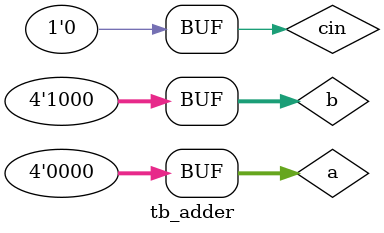
<source format=v>
module full_adder (
    input  a,
    b,
    cin,
    output c,
    o
);
  wire i = a ^ b;
  assign o = cin ^ i;
  assign c = cin & i | a & b;
endmodule

module adder_4 (
    input [3:0] a,
    input [3:0] b,
    input cin,
    output c,
    output [3:0] o
);

  wire [2:0] carry;

  full_adder adder1 (
      a[0],
      b[0],
      cin,
      carry[0],
      o[0]
  );
  full_adder adder2 (
      a[1],
      b[1],
      carry[0],
      carry[1],
      o[1]
  );
  full_adder adder3 (
      a[2],
      b[2],
      carry[1],
      carry[2],
      o[2]
  );
  full_adder adder4 (
      a[3],
      b[3],
      carry[2],
      c,
      o[3]
  );

endmodule

module accumulator (
    input clk,
    input [15:0] val,
    input sub,
    output [15:0] out
);
  reg [15:0] rx;
  assign out = val;

endmodule

module tb_adder ();
  reg [3:0] a, b;
  reg cin;
  wire c;
  wire [3:0] o;

  adder_4 f (
      a,
      b,
      cin,
      c,
      o
  );

  initial begin
    a   = 4'h0;
    b   = 4'h0;
    cin = 0;

    #10 a = 4'h1;
    #10 cin = 1;
    #10 cin = 0;
    b = 4'h2;
    #10 b = 4'h3;
    #10 a = 4'h2;
    #10 a = 4'h4;
    b = 4'h2;
    #10 a = 4'h7;
    b = 4'h0;
    #10 a = 4'h0;
    b = 4'h8;
  end


endmodule

</source>
